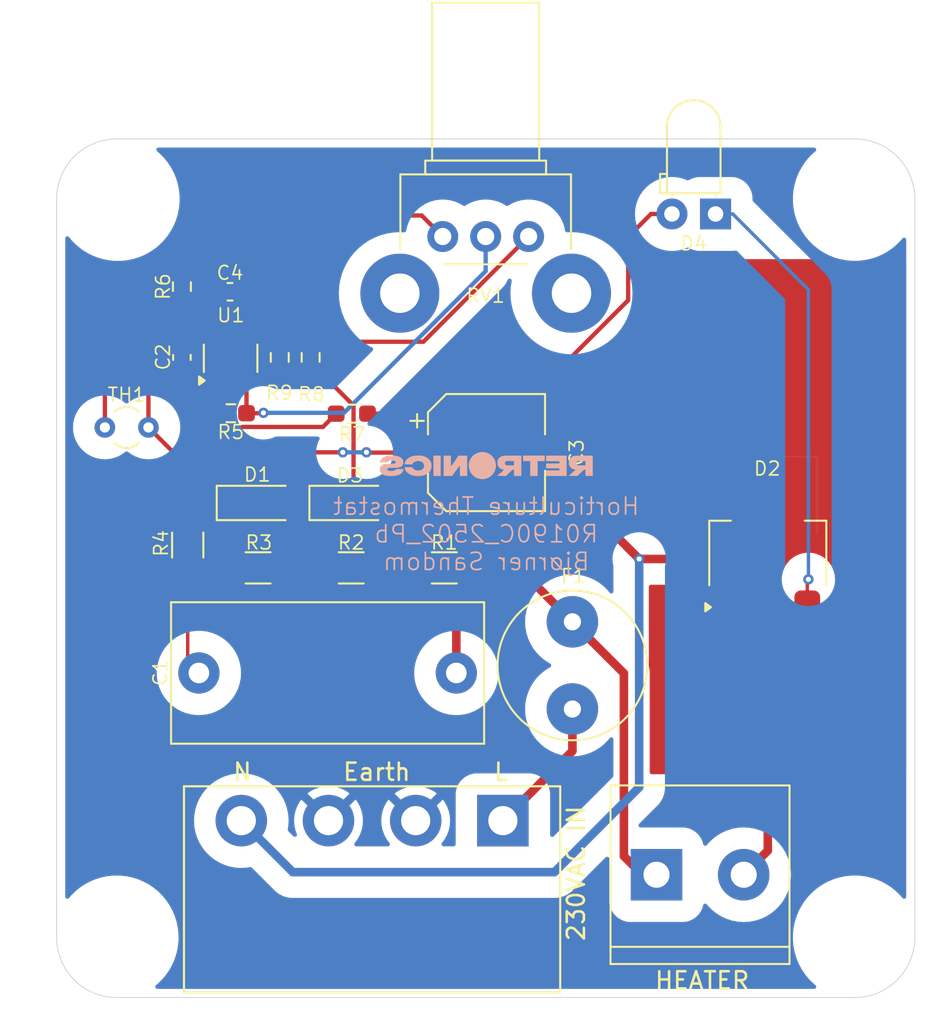
<source format=kicad_pcb>
(kicad_pcb (version 20240108) (generator "pcbnew") (generator_version "8.0")
  (title_block (title "PlantShelf Thermostat") (date "2025-04-06") (company "Retronics - Bjørner Sandom"))
  (layers (0 "F.Cu" signal) (31 "B.Cu" signal) (34 "B.Paste" user) (35 "F.Paste" user) (36 "B.SilkS" user "B.Silkscreen") (37 "F.SilkS" user "F.Silkscreen") (38 "B.Mask" user) (39 "F.Mask" user) (44 "Edge.Cuts" user))
  (net 0 "")
  (net 1 "Net-(C1-Pad1)")
  (net 2 "Net-(J1-Pin_1)")
  (net 3 "Net-(D1-K)")
  (net 4 "Net-(D2-T1)")
  (net 5 "Net-(D1-A)")
  (net 6 "Net-(D2-G)")
  (net 7 "Net-(J1-Pin_2)")
  (net 8 "Net-(D4-A)")
  (net 9 "Earth")
  (net 10 "Net-(R1-Pad1)")
  (net 11 "Net-(R2-Pad1)")
  (net 12 "Net-(U1-+)")
  (net 13 "Net-(R6-Pad2)")
  (net 14 "Net-(R8-Pad1)")
  (net 15 "Net-(U1--)")
  (net 16 "Net-(J2-Pin_1)")
  (net 17 "Net-(R5-Pad2)")
  (footprint "LED_THT:LED_D3.0mm_Horizontal_O1.27mm_Z2.0mm" (layer "F.Cu") (at 65.4 34.75 180)
    (property "Reference" "D4" (at 1.27 -1.725 180) (layer "F.SilkS") (effects (font (size 0.8 0.8) (thickness 0.1))))
    (property "Value" "LED")
    (pad "1" thru_hole rect (at 0 0 180) (size 1.8 1.8) (drill 0.9) (layers "*.Cu" "*.Mask" "In1.Cu" "In2.Cu" "In3.Cu" "In4.Cu" "In5.Cu" "In6.Cu" "In7.Cu" "In8.Cu" "In9.Cu" "In10.Cu" "In11.Cu" "In12.Cu" "In13.Cu" "In14.Cu" "In15.Cu" "In16.Cu" "In17.Cu" "In18.Cu" "In19.Cu" "In20.Cu" "In21.Cu" "In22.Cu" "In23.Cu" "In24.Cu" "In25.Cu" "In26.Cu" "In27.Cu" "In28.Cu" "In29.Cu" "In30.Cu") (net 6 "Net-(D2-G)"))
    (pad "2" thru_hole circle (at 2.54 0 180) (size 1.8 1.8) (drill 0.9) (layers "*.Cu" "*.Mask" "In1.Cu" "In2.Cu" "In3.Cu" "In4.Cu" "In5.Cu" "In6.Cu" "In7.Cu" "In8.Cu" "In9.Cu" "In10.Cu" "In11.Cu" "In12.Cu" "In13.Cu" "In14.Cu" "In15.Cu" "In16.Cu" "In17.Cu" "In18.Cu" "In19.Cu" "In20.Cu" "In21.Cu" "In22.Cu" "In23.Cu" "In24.Cu" "In25.Cu" "In26.Cu" "In27.Cu" "In28.Cu" "In29.Cu" "In30.Cu") (net 8 "Net-(D4-A)"))
  )
  (footprint "Retronics_Passives:NTCLE203E3103FB0A" (layer "F.Cu") (at 32.36 47.18 180)
    (property "Reference" "TH1" (at 1.272634 1.897366 0) (layer "F.SilkS") (effects (font (size 0.8 0.8) (thickness 0.1))))
    (property "Value" "NTCLE203E3103GB0")
    (pad "1" thru_hole circle (at 0 0 180) (size 1.2 1.2) (drill 0.6) (layers "*.Cu" "*.Mask" "In1.Cu" "In2.Cu" "In3.Cu" "In4.Cu" "In5.Cu" "In6.Cu" "In7.Cu" "In8.Cu" "In9.Cu" "In10.Cu" "In11.Cu" "In12.Cu" "In13.Cu" "In14.Cu" "In15.Cu" "In16.Cu" "In17.Cu" "In18.Cu" "In19.Cu" "In20.Cu" "In21.Cu" "In22.Cu" "In23.Cu" "In24.Cu" "In25.Cu" "In26.Cu" "In27.Cu" "In28.Cu" "In29.Cu" "In30.Cu") (net 3 "Net-(D1-K)"))
    (pad "2" thru_hole circle (at 2.54 0 180) (size 1.2 1.2) (drill 0.6) (layers "*.Cu" "*.Mask" "In1.Cu" "In2.Cu" "In3.Cu" "In4.Cu" "In5.Cu" "In6.Cu" "In7.Cu" "In8.Cu" "In9.Cu" "In10.Cu" "In11.Cu" "In12.Cu" "In13.Cu" "In14.Cu" "In15.Cu" "In16.Cu" "In17.Cu" "In18.Cu" "In19.Cu" "In20.Cu" "In21.Cu" "In22.Cu" "In23.Cu" "In24.Cu" "In25.Cu" "In26.Cu" "In27.Cu" "In28.Cu" "In29.Cu" "In30.Cu") (net 15 "Net-(U1--)"))
  )
  (footprint "Retronics_Passives:R_1206_3216Metric_Pad1.30x1.75mm_HandSolder" (layer "F.Cu") (at 34.648 54.03 90)
    (property "Reference" "R4" (at 0.1 -1.55 90) (layer "F.SilkS") (effects (font (size 0.8 0.8) (thickness 0.1))))
    (property "Value" "470Ω 0.25W")
    (pad "1" smd roundrect (at -1.55 0 90) (size 1.3 1.75) (layers "F.Cu" "F.Paste" "F.Mask") (roundrect_rratio 0.192308) (net 1 "Net-(C1-Pad1)"))
    (pad "2" smd roundrect (at 1.55 0 90) (size 1.3 1.75) (layers "F.Cu" "F.Paste" "F.Mask") (roundrect_rratio 0.192308) (net 5 "Net-(D1-A)"))
  )
  (footprint "Retronics_Passives:R_0603_1608Metric_Pad0.98x0.95mm_HandSolder" (layer "F.Cu") (at 37.16 46.3535 180)
    (property "Reference" "R5" (at 0 -1.1 180) (layer "F.SilkS") (effects (font (size 0.8 0.8) (thickness 0.1))))
    (property "Value" "1MΩ")
    (pad "1" smd roundrect (at -0.9125 0 180) (size 0.975 0.95) (layers "F.Cu" "F.Paste" "F.Mask") (net 12 "Net-(U1-+)"))
    (pad "2" smd roundrect (at 0.9125 0 180) (size 0.975 0.95) (layers "F.Cu" "F.Paste" "F.Mask") (net 17 "Net-(R5-Pad2)"))
  )
  (footprint "Capacitor_SMD:CP_Elec_6.3x7.7" (layer "F.Cu") (at 52.055449 48.646089)
    (property "Reference" "C3" (at 5.25 0 90) (layer "F.SilkS") (effects (font (size 0.8 0.8) (thickness 0.1))))
    (property "Value" "220µF 16V")
    (pad "1" smd roundrect (at -2.7 0) (size 3.5 1.6) (layers "F.Cu" "F.Paste" "F.Mask") (roundrect_rratio 0.15625) (net 3 "Net-(D1-K)"))
    (pad "2" smd roundrect (at 2.7 0) (size 3.5 1.6) (layers "F.Cu" "F.Paste" "F.Mask") (roundrect_rratio 0.15625) (net 4 "Net-(D2-T1)"))
  )
  (footprint "Retronics_Passives:Potentiometer_Bourns_PTV09A-2_Single_Horizontal" (layer "F.Cu") (at 54.507 36.063528 90)
    (property "Reference" "RV1" (at -3.45 -2.507 180) (layer "F.SilkS") (effects (font (size 0.8 0.8) (thickness 0.1))))
    (property "Value" "20kΩ")
    (pad "" thru_hole circle (at -3.3 -7.5 90) (size 4.6 4.6) (drill 2.3) (layers "*.Cu" "*.Mask" "In1.Cu" "In2.Cu" "In3.Cu" "In4.Cu" "In5.Cu" "In6.Cu" "In7.Cu" "In8.Cu" "In9.Cu" "In10.Cu" "In11.Cu" "In12.Cu" "In13.Cu" "In14.Cu" "In15.Cu" "In16.Cu" "In17.Cu" "In18.Cu" "In19.Cu" "In20.Cu" "In21.Cu" "In22.Cu" "In23.Cu" "In24.Cu" "In25.Cu" "In26.Cu" "In27.Cu" "In28.Cu" "In29.Cu" "In30.Cu"))
    (pad "" thru_hole circle (at -3.3 2.5 90) (size 4.6 4.6) (drill 2.3) (layers "*.Cu" "*.Mask" "In1.Cu" "In2.Cu" "In3.Cu" "In4.Cu" "In5.Cu" "In6.Cu" "In7.Cu" "In8.Cu" "In9.Cu" "In10.Cu" "In11.Cu" "In12.Cu" "In13.Cu" "In14.Cu" "In15.Cu" "In16.Cu" "In17.Cu" "In18.Cu" "In19.Cu" "In20.Cu" "In21.Cu" "In22.Cu" "In23.Cu" "In24.Cu" "In25.Cu" "In26.Cu" "In27.Cu" "In28.Cu" "In29.Cu" "In30.Cu"))
    (pad "1" thru_hole circle (at 0 0 90) (size 1.8 1.8) (drill 1) (layers "*.Cu" "*.Mask" "In1.Cu" "In2.Cu" "In3.Cu" "In4.Cu" "In5.Cu" "In6.Cu" "In7.Cu" "In8.Cu" "In9.Cu" "In10.Cu" "In11.Cu" "In12.Cu" "In13.Cu" "In14.Cu" "In15.Cu" "In16.Cu" "In17.Cu" "In18.Cu" "In19.Cu" "In20.Cu" "In21.Cu" "In22.Cu" "In23.Cu" "In24.Cu" "In25.Cu" "In26.Cu" "In27.Cu" "In28.Cu" "In29.Cu" "In30.Cu") (net 14 "Net-(R8-Pad1)"))
    (pad "2" thru_hole circle (at 0 -2.5 90) (size 1.8 1.8) (drill 1) (layers "*.Cu" "*.Mask" "In1.Cu" "In2.Cu" "In3.Cu" "In4.Cu" "In5.Cu" "In6.Cu" "In7.Cu" "In8.Cu" "In9.Cu" "In10.Cu" "In11.Cu" "In12.Cu" "In13.Cu" "In14.Cu" "In15.Cu" "In16.Cu" "In17.Cu" "In18.Cu" "In19.Cu" "In20.Cu" "In21.Cu" "In22.Cu" "In23.Cu" "In24.Cu" "In25.Cu" "In26.Cu" "In27.Cu" "In28.Cu" "In29.Cu" "In30.Cu") (net 12 "Net-(U1-+)"))
    (pad "3" thru_hole circle (at 0 -5 90) (size 1.8 1.8) (drill 1) (layers "*.Cu" "*.Mask" "In1.Cu" "In2.Cu" "In3.Cu" "In4.Cu" "In5.Cu" "In6.Cu" "In7.Cu" "In8.Cu" "In9.Cu" "In10.Cu" "In11.Cu" "In12.Cu" "In13.Cu" "In14.Cu" "In15.Cu" "In16.Cu" "In17.Cu" "In18.Cu" "In19.Cu" "In20.Cu" "In21.Cu" "In22.Cu" "In23.Cu" "In24.Cu" "In25.Cu" "In26.Cu" "In27.Cu" "In28.Cu" "In29.Cu" "In30.Cu") (net 13 "Net-(R6-Pad2)"))
  )
  (footprint "Retronics_Passives:R_0603_1608Metric_Pad0.98x0.95mm_HandSolder" (layer "F.Cu") (at 41.81 43.1035 -90)
    (property "Reference" "R8" (at 2.15 -0.05 180) (layer "F.SilkS") (effects (font (size 0.8 0.8) (thickness 0.1))))
    (property "Value" "47kΩ")
    (pad "1" smd roundrect (at -0.9125 0 270) (size 0.975 0.95) (layers "F.Cu" "F.Paste" "F.Mask") (net 14 "Net-(R8-Pad1)"))
    (pad "2" smd roundrect (at 0.9125 0 270) (size 0.975 0.95) (layers "F.Cu" "F.Paste" "F.Mask") (net 4 "Net-(D2-T1)"))
  )
  (footprint "Retronics_Passives:C_0603_1608Metric_Pad1.08x0.95mm_HandSolder" (layer "F.Cu") (at 37.11 39.28)
    (property "Reference" "C4" (at 0 -1.1 0) (layer "F.SilkS") (effects (font (size 0.8 0.8) (thickness 0.1))))
    (property "Value" "1µF")
    (pad "1" smd roundrect (at -0.8625 0) (size 1.075 0.95) (layers "F.Cu" "F.Paste" "F.Mask") (net 4 "Net-(D2-T1)"))
    (pad "2" smd roundrect (at 0.8625 0) (size 1.075 0.95) (layers "F.Cu" "F.Paste" "F.Mask") (net 15 "Net-(U1--)"))
  )
  (footprint "Retronics_Discrete:D_SOD-123" (layer "F.Cu") (at 38.698 51.58)
    (property "Reference" "D1" (at 0 -1.65 180) (layer "F.SilkS") (effects (font (size 0.8 0.8) (thickness 0.1))))
    (property "Value" "1N5819WS")
    (pad "1" smd roundrect (at -1.65 0) (size 0.9 1.2) (layers "F.Cu" "F.Paste" "F.Mask") (net 3 "Net-(D1-K)"))
    (pad "2" smd roundrect (at 1.65 0) (size 0.9 1.2) (layers "F.Cu" "F.Paste" "F.Mask") (net 5 "Net-(D1-A)"))
  )
  (footprint "Package_TO_SOT_SMD:SOT-223" (layer "F.Cu") (at 68.443 54.523 90)
    (property "Reference" "D2" (at 4.943 -0.033 180) (layer "F.SilkS") (effects (font (size 0.8 0.8) (thickness 0.1))))
    (property "Value" "Triac_Z0103NN0,135")
    (pad "1" smd roundrect (at -3.15 -2.3 90) (size 2 1.5) (layers "F.Cu" "F.Paste" "F.Mask") (net 4 "Net-(D2-T1)"))
    (pad "2" smd roundrect (at -3.15 0 90) (size 2 1.5) (layers "F.Cu" "F.Paste" "F.Mask") (net 7 "Net-(J1-Pin_2)"))
    (pad "3" smd roundrect (at -3.15 2.3 90) (size 2 1.5) (layers "F.Cu" "F.Paste" "F.Mask") (net 6 "Net-(D2-G)"))
    (pad "4" smd roundrect (at 3.15 0 90) (size 2 3.8) (layers "F.Cu" "F.Paste" "F.Mask") (net 7 "Net-(J1-Pin_2)"))
  )
  (footprint "Retronics_Passives:C_0603_1608Metric_Pad1.08x0.95mm_HandSolder" (layer "F.Cu") (at 34.31 43.1035 -90)
    (property "Reference" "C2" (at -0.0235 1.1 -90) (layer "F.SilkS") (effects (font (size 0.8 0.8) (thickness 0.1))))
    (property "Value" "1µF")
    (pad "1" smd roundrect (at -0.8625 0 270) (size 1.075 0.95) (layers "F.Cu" "F.Paste" "F.Mask") (net 3 "Net-(D1-K)"))
    (pad "2" smd roundrect (at 0.8625 0 270) (size 1.075 0.95) (layers "F.Cu" "F.Paste" "F.Mask") (net 4 "Net-(D2-T1)"))
  )
  (footprint "Retronics_Passives:R_0603_1608Metric_Pad0.98x0.95mm_HandSolder" (layer "F.Cu") (at 34.31 38.98 90)
    (property "Reference" "R6" (at 0 -1.1 90) (layer "F.SilkS") (effects (font (size 0.8 0.8) (thickness 0.1))))
    (property "Value" "27kΩ")
    (pad "1" smd roundrect (at -0.9125 0 90) (size 0.975 0.95) (layers "F.Cu" "F.Paste" "F.Mask") (net 3 "Net-(D1-K)"))
    (pad "2" smd roundrect (at 0.9125 0 90) (size 0.975 0.95) (layers "F.Cu" "F.Paste" "F.Mask") (net 13 "Net-(R6-Pad2)"))
  )
  (footprint "Retronics_Passives:R_0603_1608Metric_Pad0.98x0.95mm_HandSolder" (layer "F.Cu") (at 44.21 46.38)
    (property "Reference" "R7" (at 0 1.2 180) (layer "F.SilkS") (effects (font (size 0.8 0.8) (thickness 0.1))))
    (property "Value" "1kΩ")
    (pad "1" smd roundrect (at -0.9125 0) (size 0.975 0.95) (layers "F.Cu" "F.Paste" "F.Mask") (net 17 "Net-(R5-Pad2)"))
    (pad "2" smd roundrect (at 0.9125 0) (size 0.975 0.95) (layers "F.Cu" "F.Paste" "F.Mask") (net 8 "Net-(D4-A)"))
  )
  (footprint "Retronics_Passives:R_1206_3216Metric_Pad1.30x1.75mm_HandSolder" (layer "F.Cu") (at 49.598 55.36)
    (property "Reference" "R1" (at 0 -1.472 0) (layer "F.SilkS") (effects (font (size 0.8 0.8) (thickness 0.1))))
    (property "Value" "1MΩ 0.25W")
    (pad "1" smd roundrect (at -1.55 0) (size 1.3 1.75) (layers "F.Cu" "F.Paste" "F.Mask") (roundrect_rratio 0.192308) (net 10 "Net-(R1-Pad1)"))
    (pad "2" smd roundrect (at 1.55 0) (size 1.3 1.75) (layers "F.Cu" "F.Paste" "F.Mask") (roundrect_rratio 0.192308) (net 2 "Net-(J1-Pin_1)"))
  )
  (footprint "Retronics_Passives:R_1206_3216Metric_Pad1.30x1.75mm_HandSolder" (layer "F.Cu") (at 38.744666 55.36)
    (property "Reference" "R3" (at 0.05 -1.472 0) (layer "F.SilkS") (effects (font (size 0.8 0.8) (thickness 0.1))))
    (property "Value" "1MΩ 0.25W")
    (pad "1" smd roundrect (at -1.55 0) (size 1.3 1.75) (layers "F.Cu" "F.Paste" "F.Mask") (roundrect_rratio 0.192308) (net 1 "Net-(C1-Pad1)"))
    (pad "2" smd roundrect (at 1.55 0) (size 1.3 1.75) (layers "F.Cu" "F.Paste" "F.Mask") (roundrect_rratio 0.192308) (net 11 "Net-(R2-Pad1)"))
  )
  (footprint "Retronics_Hardware:MountingHole_3.2mm_M3" (layer "F.Cu") (at 73.51 33.88)
    (property "Reference" "H4" (hide yes))
    (property "Value" "MountingHole")
    (pad "" np_thru_hole circle (at 0 0) (size 3.2 3.2) (drill 3.2) (layers "*.Cu" "*.Mask") (clearance 2))
  )
  (footprint "Retronics_Hardware:MountingHole_3.2mm_M3" (layer "F.Cu") (at 73.51 76.88)
    (property "Reference" "H2" (hide yes))
    (property "Value" "MountingHole")
    (pad "" np_thru_hole circle (at 0 0) (size 3.2 3.2) (drill 3.2) (layers "*.Cu" "*.Mask") (clearance 2))
  )
  (footprint "Package_TO_SOT_SMD:SOT-23-5" (layer "F.Cu") (at 37.1475 43.1535 90)
    (property "Reference" "U1" (at 2.5 0.0125 180) (layer "F.SilkS") (effects (font (size 0.8 0.8) (thickness 0.1))))
    (property "Value" "TS321ILT")
    (pad "1" smd roundrect (at -1.1375 -0.95 90) (size 1.325 0.6) (layers "F.Cu" "F.Paste" "F.Mask") (net 17 "Net-(R5-Pad2)"))
    (pad "2" smd roundrect (at -1.1375 0 90) (size 1.325 0.6) (layers "F.Cu" "F.Paste" "F.Mask") (net 4 "Net-(D2-T1)"))
    (pad "3" smd roundrect (at -1.1375 0.95 90) (size 1.325 0.6) (layers "F.Cu" "F.Paste" "F.Mask") (net 12 "Net-(U1-+)"))
    (pad "4" smd roundrect (at 1.1375 0.95 90) (size 1.325 0.6) (layers "F.Cu" "F.Paste" "F.Mask") (net 15 "Net-(U1--)"))
    (pad "5" smd roundrect (at 1.1375 -0.95 90) (size 1.325 0.6) (layers "F.Cu" "F.Paste" "F.Mask") (net 3 "Net-(D1-K)"))
  )
  (footprint "Capacitor_THT:C_Rect_L18.0mm_W8.0mm_P15.00mm_FKS3_FKP3" (layer "F.Cu") (at 35.298 61.48)
    (property "Reference" "C1" (at -2.25 -0.012 90) (layer "F.SilkS") (effects (font (size 0.8 0.8) (thickness 0.1))))
    (property "Value" "220nF X2")
    (pad "1" thru_hole circle (at 0 0) (size 2.4 2.4) (drill 1.2) (layers "*.Cu" "*.Mask" "In1.Cu" "In2.Cu" "In3.Cu" "In4.Cu" "In5.Cu" "In6.Cu" "In7.Cu" "In8.Cu" "In9.Cu" "In10.Cu" "In11.Cu" "In12.Cu" "In13.Cu" "In14.Cu" "In15.Cu" "In16.Cu" "In17.Cu" "In18.Cu" "In19.Cu" "In20.Cu" "In21.Cu" "In22.Cu" "In23.Cu" "In24.Cu" "In25.Cu" "In26.Cu" "In27.Cu" "In28.Cu" "In29.Cu" "In30.Cu") (net 1 "Net-(C1-Pad1)"))
    (pad "2" thru_hole circle (at 15 0) (size 2.4 2.4) (drill 1.2) (layers "*.Cu" "*.Mask" "In1.Cu" "In2.Cu" "In3.Cu" "In4.Cu" "In5.Cu" "In6.Cu" "In7.Cu" "In8.Cu" "In9.Cu" "In10.Cu" "In11.Cu" "In12.Cu" "In13.Cu" "In14.Cu" "In15.Cu" "In16.Cu" "In17.Cu" "In18.Cu" "In19.Cu" "In20.Cu" "In21.Cu" "In22.Cu" "In23.Cu" "In24.Cu" "In25.Cu" "In26.Cu" "In27.Cu" "In28.Cu" "In29.Cu" "In30.Cu") (net 2 "Net-(J1-Pin_1)"))
  )
  (footprint "Retronics_Passives:R_1206_3216Metric_Pad1.30x1.75mm_HandSolder" (layer "F.Cu") (at 44.171332 55.36)
    (property "Reference" "R2" (at 0 -1.472 0) (layer "F.SilkS") (effects (font (size 0.8 0.8) (thickness 0.1))))
    (property "Value" "1MΩ 0.25W")
    (pad "1" smd roundrect (at -1.55 0) (size 1.3 1.75) (layers "F.Cu" "F.Paste" "F.Mask") (roundrect_rratio 0.192308) (net 11 "Net-(R2-Pad1)"))
    (pad "2" smd roundrect (at 1.55 0) (size 1.3 1.75) (layers "F.Cu" "F.Paste" "F.Mask") (roundrect_rratio 0.192308) (net 10 "Net-(R1-Pad1)"))
  )
  (footprint "Retronics_Discrete:D_SOD-123" (layer "F.Cu") (at 44.098 51.58)
    (property "Reference" "D3" (at 0 -1.6 180) (layer "F.SilkS") (effects (font (size 0.8 0.8) (thickness 0.1))))
    (property "Value" "BZT52C9V1-7-F")
    (pad "1" smd roundrect (at -1.65 0) (size 0.9 1.2) (layers "F.Cu" "F.Paste" "F.Mask") (net 5 "Net-(D1-A)"))
    (pad "2" smd roundrect (at 1.65 0) (size 0.9 1.2) (layers "F.Cu" "F.Paste" "F.Mask") (net 4 "Net-(D2-T1)"))
  )
  (footprint "Retronics_Connectors:Pluggable_DB2ERC-5.08-4P-BK" (layer "F.Cu") (at 53.01 70.08 180)
    (property "Reference" "J2" (hide yes))
    (property "Value" "230VAC IN")
    (pad "1" thru_hole rect (at 0 0 180) (size 3 3) (drill 1.7) (layers "*.Cu" "*.Mask" "In1.Cu" "In2.Cu" "In3.Cu" "In4.Cu" "In5.Cu" "In6.Cu" "In7.Cu" "In8.Cu" "In9.Cu" "In10.Cu" "In11.Cu" "In12.Cu" "In13.Cu" "In14.Cu" "In15.Cu" "In16.Cu" "In17.Cu" "In18.Cu" "In19.Cu" "In20.Cu" "In21.Cu" "In22.Cu" "In23.Cu" "In24.Cu" "In25.Cu" "In26.Cu" "In27.Cu" "In28.Cu" "In29.Cu" "In30.Cu") (net 16 "Net-(J2-Pin_1)"))
    (pad "2" thru_hole circle (at 5.08 0 180) (size 3 3) (drill 1.7) (layers "*.Cu" "*.Mask" "In1.Cu" "In2.Cu" "In3.Cu" "In4.Cu" "In5.Cu" "In6.Cu" "In7.Cu" "In8.Cu" "In9.Cu" "In10.Cu" "In11.Cu" "In12.Cu" "In13.Cu" "In14.Cu" "In15.Cu" "In16.Cu" "In17.Cu" "In18.Cu" "In19.Cu" "In20.Cu" "In21.Cu" "In22.Cu" "In23.Cu" "In24.Cu" "In25.Cu" "In26.Cu" "In27.Cu" "In28.Cu" "In29.Cu" "In30.Cu") (net 9 "Earth"))
    (pad "3" thru_hole circle (at 10.16 0 180) (size 3 3) (drill 1.7) (layers "*.Cu" "*.Mask" "In1.Cu" "In2.Cu" "In3.Cu" "In4.Cu" "In5.Cu" "In6.Cu" "In7.Cu" "In8.Cu" "In9.Cu" "In10.Cu" "In11.Cu" "In12.Cu" "In13.Cu" "In14.Cu" "In15.Cu" "In16.Cu" "In17.Cu" "In18.Cu" "In19.Cu" "In20.Cu" "In21.Cu" "In22.Cu" "In23.Cu" "In24.Cu" "In25.Cu" "In26.Cu" "In27.Cu" "In28.Cu" "In29.Cu" "In30.Cu") (net 9 "Earth"))
    (pad "4" thru_hole circle (at 15.24 0 180) (size 3 3) (drill 1.7) (layers "*.Cu" "*.Mask" "In1.Cu" "In2.Cu" "In3.Cu" "In4.Cu" "In5.Cu" "In6.Cu" "In7.Cu" "In8.Cu" "In9.Cu" "In10.Cu" "In11.Cu" "In12.Cu" "In13.Cu" "In14.Cu" "In15.Cu" "In16.Cu" "In17.Cu" "In18.Cu" "In19.Cu" "In20.Cu" "In21.Cu" "In22.Cu" "In23.Cu" "In24.Cu" "In25.Cu" "In26.Cu" "In27.Cu" "In28.Cu" "In29.Cu" "In30.Cu") (net 4 "Net-(D2-T1)"))
  )
  (footprint "Retronics_Hardware:MountingHole_3.2mm_M3" (layer "F.Cu") (at 30.574 33.88)
    (property "Reference" "H3" (hide yes))
    (property "Value" "MountingHole")
    (pad "" np_thru_hole circle (at 0 0) (size 3.2 3.2) (drill 3.2) (layers "*.Cu" "*.Mask") (clearance 2))
  )
  (footprint "Retronics_Passives:R_0603_1608Metric_Pad0.98x0.95mm_HandSolder" (layer "F.Cu") (at 40.01 43.1035 -90)
    (property "Reference" "R9" (at 2.0625 0.025 180) (layer "F.SilkS") (effects (font (size 0.8 0.8) (thickness 0.1))))
    (property "Value" "10kΩ")
    (pad "1" smd roundrect (at -0.9125 0 270) (size 0.975 0.95) (layers "F.Cu" "F.Paste" "F.Mask") (net 15 "Net-(U1--)"))
    (pad "2" smd roundrect (at 0.9125 0 270) (size 0.975 0.95) (layers "F.Cu" "F.Paste" "F.Mask") (net 4 "Net-(D2-T1)"))
  )
  (footprint "Retronics_Hardware:MountingHole_3.2mm_M3" (layer "F.Cu") (at 30.51 76.88)
    (property "Reference" "H1" (hide yes))
    (property "Value" "MountingHole")
    (pad "" np_thru_hole circle (at 0 0) (size 3.2 3.2) (drill 3.2) (layers "*.Cu" "*.Mask") (clearance 2))
  )
  (footprint "Retronics_Connectors:ScrewTerminal_DB128L-5.08-2P-BK-S" (layer "F.Cu") (at 61.96 73.23)
    (property "Reference" "J1" (hide yes))
    (property "Value" "Heater")
    (pad "1" thru_hole rect (at 0 0) (size 3 3) (drill 1.52) (layers "*.Cu" "*.Mask" "In1.Cu" "In2.Cu" "In3.Cu" "In4.Cu" "In5.Cu" "In6.Cu" "In7.Cu" "In8.Cu" "In9.Cu" "In10.Cu" "In11.Cu" "In12.Cu" "In13.Cu" "In14.Cu" "In15.Cu" "In16.Cu" "In17.Cu" "In18.Cu" "In19.Cu" "In20.Cu" "In21.Cu" "In22.Cu" "In23.Cu" "In24.Cu" "In25.Cu" "In26.Cu" "In27.Cu" "In28.Cu" "In29.Cu" "In30.Cu") (net 2 "Net-(J1-Pin_1)"))
    (pad "2" thru_hole circle (at 5.08 0) (size 3 3) (drill 1.52) (layers "*.Cu" "*.Mask" "In1.Cu" "In2.Cu" "In3.Cu" "In4.Cu" "In5.Cu" "In6.Cu" "In7.Cu" "In8.Cu" "In9.Cu" "In10.Cu" "In11.Cu" "In12.Cu" "In13.Cu" "In14.Cu" "In15.Cu" "In16.Cu" "In17.Cu" "In18.Cu" "In19.Cu" "In20.Cu" "In21.Cu" "In22.Cu" "In23.Cu" "In24.Cu" "In25.Cu" "In26.Cu" "In27.Cu" "In28.Cu" "In29.Cu" "In30.Cu") (net 7 "Net-(J1-Pin_2)"))
  )
  (footprint "Retronics_Protection:Fuse_Littelfuse_372_D8.50mm" (layer "F.Cu") (at 57.06 63.58 90)
    (property "Reference" "F1" (at 7.74 0.05 180) (layer "F.SilkS") (effects (font (size 0.8 0.8) (thickness 0.1))))
    (property "Value" "T315mA")
    (pad "1" thru_hole circle (at 0 0 90) (size 3 3) (drill 1) (layers "*.Cu" "*.Mask" "In1.Cu" "In2.Cu" "In3.Cu" "In4.Cu" "In5.Cu" "In6.Cu" "In7.Cu" "In8.Cu" "In9.Cu" "In10.Cu" "In11.Cu" "In12.Cu" "In13.Cu" "In14.Cu" "In15.Cu" "In16.Cu" "In17.Cu" "In18.Cu" "In19.Cu" "In20.Cu" "In21.Cu" "In22.Cu" "In23.Cu" "In24.Cu" "In25.Cu" "In26.Cu" "In27.Cu" "In28.Cu" "In29.Cu" "In30.Cu") (net 16 "Net-(J2-Pin_1)"))
    (pad "2" thru_hole circle (at 5.08 0 90) (size 3 3) (drill 1) (layers "*.Cu" "*.Mask" "In1.Cu" "In2.Cu" "In3.Cu" "In4.Cu" "In5.Cu" "In6.Cu" "In7.Cu" "In8.Cu" "In9.Cu" "In10.Cu" "In11.Cu" "In12.Cu" "In13.Cu" "In14.Cu" "In15.Cu" "In16.Cu" "In17.Cu" "In18.Cu" "In19.Cu" "In20.Cu" "In21.Cu" "In22.Cu" "In23.Cu" "In24.Cu" "In25.Cu" "In26.Cu" "In27.Cu" "In28.Cu" "In29.Cu" "In30.Cu") (net 2 "Net-(J1-Pin_1)"))
  )
  (footprint "Icons_Graphics:retronics_logo_14mm" (layer "B.Cu") (at 52.038672 49.38 180)
    (property "Reference" "G***" (hide yes))
    (property "Value" "LOGO" (hide yes))
  )
  (gr_line (start 27.01 76.88) (end 27.01 33.88) (stroke (width 0.05)) (layer "Edge.Cuts"))
  (gr_arc (start 77.01 76.88) (mid 75.984874 79.354874) (end 73.51 80.38) (stroke (width 0.05)) (layer "Edge.Cuts"))
  (gr_arc (start 27.01 33.88) (mid 28.035126 31.405126) (end 30.51 30.38) (stroke (width 0.05)) (layer "Edge.Cuts"))
  (gr_arc (start 30.51 80.38) (mid 28.035126 79.354874) (end 27.01 76.88) (stroke (width 0.05)) (layer "Edge.Cuts"))
  (gr_line (start 73.51 80.38) (end 30.51 80.38) (stroke (width 0.05)) (layer "Edge.Cuts"))
  (gr_line (start 30.51 30.38) (end 73.51 30.38) (stroke (width 0.05)) (layer "Edge.Cuts"))
  (gr_line (start 77.01 33.88) (end 77.01 76.88) (stroke (width 0.05)) (layer "Edge.Cuts"))
  (gr_arc (start 73.51 30.38) (mid 75.984874 31.405126) (end 77.01 33.88) (stroke (width 0.05)) (layer "Edge.Cuts"))
  (gr_text "Horticulture Thermostat\nR0190C_2502_Pb\nBjørner Sandom\n" (at 52.042 55.58 0) (layer "B.SilkS") (effects (font (size 1 1) (thickness 0.1)) (justify bottom mirror)))
  (gr_text "HEATER" (at 61.785 79.98 0) (layer "F.SilkS") (effects (font (size 1 1)) (justify left bottom)))
  (gr_text "N" (at 37.21 67.83 0) (layer "F.SilkS") (effects (font (size 1 1)) (justify left bottom)))
  (gr_text "Earth" (at 43.61 67.83 0) (layer "F.SilkS") (effects (font (size 1 1)) (justify left bottom)))
  (gr_text "L" (at 52.41 67.83 0) (layer "F.SilkS") (effects (font (size 1 1)) (justify left bottom)))
  (gr_text "230VAC IN" (at 57.86 77.18 90) (layer "F.SilkS") (effects (font (size 1 1)) (justify left bottom)))
  (segment (start 37.194666 55.36) (end 34.868 55.36) (width 0.2) (layer "F.Cu") (net 1))
  (segment (start 34.648 60.83) (end 35.298 61.48) (width 0.2) (layer "F.Cu") (net 1))
  (segment (start 34.868 55.36) (end 34.648 55.58) (width 0.2) (layer "F.Cu") (net 1))
  (segment (start 34.648 55.58) (end 34.648 60.83) (width 0.2) (layer "F.Cu") (net 1))
  (segment (start 57.06 58.5) (end 53.92 55.36) (width 0.5) (layer "F.Cu") (net 2))
  (segment (start 60.06 61.5) (end 60.06 72.15) (width 0.5) (layer "F.Cu") (net 2))
  (segment (start 53.92 55.36) (end 51.148 55.36) (width 0.5) (layer "F.Cu") (net 2))
  (segment (start 57.06 58.5) (end 60.06 61.5) (width 0.5) (layer "F.Cu") (net 2))
  (segment (start 60.06 72.15) (end 61.14 73.23) (width 0.5) (layer "F.Cu") (net 2))
  (segment (start 50.298 61.48) (end 50.298 56.21) (width 0.5) (layer "F.Cu") (net 2))
  (segment (start 61.14 73.23) (end 61.96 73.23) (width 0.5) (layer "F.Cu") (net 2))
  (segment (start 50.298 56.21) (end 51.148 55.36) (width 0.5) (layer "F.Cu") (net 2))
  (segment (start 39.998 48.63) (end 43.685 48.63) (width 0.25) (layer "F.Cu") (net 3))
  (segment (start 45.076089 48.646089) (end 45.06 48.63) (width 0.25) (layer "F.Cu") (net 3))
  (segment (start 32.36 44.191) (end 34.31 42.241) (width 0.25) (layer "F.Cu") (net 3))
  (segment (start 49.355449 48.646089) (end 45.076089 48.646089) (width 0.25) (layer "F.Cu") (net 3))
  (segment (start 32.36 47.18) (end 32.36 44.191) (width 0.25) (layer "F.Cu") (net 3))
  (segment (start 34.31 42.241) (end 35.9725 42.241) (width 0.25) (layer "F.Cu") (net 3))
  (segment (start 37.048 51.58) (end 39.998 48.63) (width 0.25) (layer "F.Cu") (net 3))
  (segment (start 34.31 42.241) (end 34.31 39.8925) (width 0.25) (layer "F.Cu") (net 3))
  (segment (start 35.9725 42.241) (end 36.1975 42.016) (width 0.25) (layer "F.Cu") (net 3))
  (segment (start 32.36 47.18) (end 36.76 51.58) (width 0.25) (layer "F.Cu") (net 3))
  (via (at 45.06 48.63) (size 0.6) (drill 0.3) (layers "F.Cu" "B.Cu") (net 3))
  (via (at 43.685 48.63) (size 0.6) (drill 0.3) (layers "F.Cu" "B.Cu") (net 3))
  (segment (start 45.06 48.63) (end 43.685 48.63) (width 0.25) (layer "B.Cu") (net 3))
  (segment (start 37.31 43.08) (end 35.196 43.08) (width 0.25) (layer "F.Cu") (net 4))
  (segment (start 35.196 43.08) (end 34.31 43.966) (width 0.25) (layer "F.Cu") (net 4))
  (segment (start 37.1475 43.08) (end 37.1475 44.291) (width 0.25) (layer "F.Cu") (net 4))
  (segment (start 63.311864 54.841864) (end 66.143 57.673) (width 0.5) (layer "F.Cu") (net 4))
  (segment (start 39.074 43.08) (end 37.31 43.08) (width 0.25) (layer "F.Cu") (net 4))
  (segment (start 44.31 45.902924) (end 44.31 50.142) (width 0.25) (layer "F.Cu") (net 4))
  (segment (start 37.31 43.08) (end 37.1475 43.08) (width 0.25) (layer "F.Cu") (net 4))
  (segment (start 42.423076 44.016) (end 44.31 45.902924) (width 0.25) (layer "F.Cu") (net 4))
  (segment (start 40.01 44.016) (end 39.074 43.08) (width 0.25) (layer "F.Cu") (net 4))
  (segment (start 60.951224 54.841864) (end 63.311864 54.841864) (width 0.5) (layer "F.Cu") (net 4))
  (segment (start 44.31 50.142) (end 45.748 51.58) (width 0.25) (layer "F.Cu") (net 4))
  (segment (start 45.748 51.58) (end 51.821538 51.58) (width 0.25) (layer "F.Cu") (net 4))
  (segment (start 51.821538 51.58) (end 54.755449 48.646089) (width 0.25) (layer "F.Cu") (net 4))
  (segment (start 41.81 44.016) (end 42.423076 44.016) (width 0.25) (layer "F.Cu") (net 4))
  (segment (start 40.01 44.016) (end 41.81 44.016) (width 0.25) (layer "F.Cu") (net 4))
  (segment (start 37.1475 40.18) (end 37.1475 43.08) (width 0.25) (layer "F.Cu") (net 4))
  (segment (start 60.951224 54.841864) (end 54.755449 48.646089) (width 0.5) (layer "F.Cu") (net 4))
  (segment (start 36.2475 39.28) (end 37.1475 40.18) (width 0.25) (layer "F.Cu") (net 4))
  (via (at 60.951224 54.841864) (size 0.6) (drill 0.3) (layers "F.Cu" "B.Cu") (net 4))
  (segment (start 56.01 73.08) (end 40.77 73.08) (width 0.5) (layer "B.Cu") (net 4))
  (segment (start 60.951224 54.841864) (end 60.951224 68.138776) (width 0.5) (layer "B.Cu") (net 4))
  (segment (start 60.951224 68.138776) (end 56.01 73.08) (width 0.5) (layer "B.Cu") (net 4))
  (segment (start 40.77 73.08) (end 37.77 70.08) (width 0.5) (layer "B.Cu") (net 4))
  (segment (start 39.448 52.48) (end 40.348 51.58) (width 0.2) (layer "F.Cu") (net 5))
  (segment (start 42.448 51.58) (end 40.348 51.58) (width 0.2) (layer "F.Cu") (net 5))
  (segment (start 34.648 52.48) (end 39.448 52.48) (width 0.2) (layer "F.Cu") (net 5))
  (segment (start 70.743 56.097) (end 70.81 56.03) (width 0.2) (layer "F.Cu") (net 6))
  (segment (start 70.743 57.673) (end 70.743 56.097) (width 0.2) (layer "F.Cu") (net 6))
  (via (at 70.81 56.03) (size 0.6) (drill 0.3) (layers "F.Cu" "B.Cu") (net 6))
  (segment (start 70.81 56.03) (end 70.81 39.155) (width 0.2) (layer "B.Cu") (net 6))
  (segment (start 70.81 39.155) (end 66.405 34.75) (width 0.2) (layer "B.Cu") (net 6))
  (segment (start 66.405 34.75) (end 65.4 34.75) (width 0.2) (layer "B.Cu") (net 6))
  (segment (start 68.443 71.827) (end 67.04 73.23) (width 0.5) (layer "F.Cu") (net 7))
  (segment (start 68.443 57.673) (end 68.443 71.827) (width 0.5) (layer "F.Cu") (net 7))
  (segment (start 68.443 57.673) (end 68.443 51.373) (width 0.5) (layer "F.Cu") (net 7))
  (segment (start 62.86 34.75) (end 61.64 34.75) (width 0.25) (layer "F.Cu") (net 8))
  (segment (start 53.702839 46.38) (end 60.31 39.772839) (width 0.25) (layer "F.Cu") (net 8))
  (segment (start 45.1225 46.38) (end 53.702839 46.38) (width 0.25) (layer "F.Cu") (net 8))
  (segment (start 61.64 34.75) (end 60.31 36.08) (width 0.25) (layer "F.Cu") (net 8))
  (segment (start 60.31 39.772839) (end 60.31 36.08) (width 0.25) (layer "F.Cu") (net 8))
  (segment (start 48.048 55.36) (end 45.721332 55.36) (width 0.2) (layer "F.Cu") (net 10))
  (segment (start 42.621332 55.36) (end 40.294666 55.36) (width 0.2) (layer "F.Cu") (net 11))
  (segment (start 38.0725 46.3535) (end 38.0725 44.316) (width 0.25) (layer "F.Cu") (net 12))
  (segment (start 38.0725 44.316) (end 38.0975 44.291) (width 0.25) (layer "F.Cu") (net 12))
  (segment (start 39.0365 46.3535) (end 39.06 46.33) (width 0.25) (layer "F.Cu") (net 12))
  (segment (start 38.0725 46.3535) (end 39.0365 46.3535) (width 0.25) (layer "F.Cu") (net 12))
  (via (at 39.06 46.33) (size 0.6) (drill 0.3) (layers "F.Cu" "B.Cu") (net 12))
  (segment (start 43.752839 46.33) (end 52.007 38.075839) (width 0.25) (layer "B.Cu") (net 12))
  (segment (start 39.06 46.33) (end 43.752839 46.33) (width 0.25) (layer "B.Cu") (net 12))
  (segment (start 52.007 38.075839) (end 52.007 36.063528) (width 0.25) (layer "B.Cu") (net 12))
  (segment (start 48.281472 34.838) (end 49.507 36.063528) (width 0.25) (layer "F.Cu") (net 13))
  (segment (start 37.268 34.838) (end 48.281472 34.838) (width 0.25) (layer "F.Cu") (net 13))
  (segment (start 34.31 38.0675) (end 34.31 37.78) (width 0.25) (layer "F.Cu") (net 13))
  (segment (start 34.31 37.78) (end 37.26 34.83) (width 0.25) (layer "F.Cu") (net 13))
  (segment (start 37.26 34.83) (end 37.268 34.838) (width 0.25) (layer "F.Cu") (net 13))
  (segment (start 48.379528 42.191) (end 54.507 36.063528) (width 0.25) (layer "F.Cu") (net 14))
  (segment (start 41.81 42.191) (end 48.379528 42.191) (width 0.25) (layer "F.Cu") (net 14))
  (segment (start 40.01 42.191) (end 38.2725 42.191) (width 0.25) (layer "F.Cu") (net 15))
  (segment (start 35.107924 39.08) (end 33.71 39.08) (width 0.25) (layer "F.Cu") (net 15))
  (segment (start 37.9725 39.28) (end 37.9725 41.891) (width 0.25) (layer "F.Cu") (net 15))
  (segment (start 37.1725 38.48) (end 35.707924 38.48) (width 0.25) (layer "F.Cu") (net 15))
  (segment (start 37.9725 39.28) (end 37.1725 38.48) (width 0.25) (layer "F.Cu") (net 15))
  (segment (start 33.71 39.08) (end 29.82 42.97) (width 0.25) (layer "F.Cu") (net 15))
  (segment (start 35.707924 38.48) (end 35.107924 39.08) (width 0.25) (layer "F.Cu") (net 15))
  (segment (start 37.9725 41.891) (end 38.0975 42.016) (width 0.25) (layer "F.Cu") (net 15))
  (segment (start 38.2725 42.191) (end 38.0975 42.016) (width 0.25) (layer "F.Cu") (net 15))
  (segment (start 29.82 42.97) (end 29.82 47.18) (width 0.25) (layer "F.Cu") (net 15))
  (segment (start 57.06 66.03) (end 53.01 70.08) (width 0.5) (layer "F.Cu") (net 16))
  (segment (start 57.06 63.58) (end 57.06 66.03) (width 0.5) (layer "F.Cu") (net 16))
  (segment (start 37.0475 47.1535) (end 36.2475 46.3535) (width 0.25) (layer "F.Cu") (net 17))
  (segment (start 36.2475 46.3535) (end 36.2475 44.341) (width 0.25) (layer "F.Cu") (net 17))
  (segment (start 43.2975 46.38) (end 42.524 47.1535) (width 0.25) (layer "F.Cu") (net 17))
  (segment (start 36.2475 44.341) (end 36.1975 44.291) (width 0.25) (layer "F.Cu") (net 17))
  (segment (start 42.524 47.1535) (end 37.0475 47.1535) (width 0.25) (layer "F.Cu") (net 17))
  (zone (net 7) (net_name "Net-(J1-Pin_2)") (layer "F.Cu") (connect_pads yes (clearance 0.5)) (min_thickness 0.25) (fill yes (thermal_gap 0.5) (thermal_bridge_width 0.5))
    (polygon (pts (xy 61.51 37.38) (xy 77.01 37.38) (xy 77.01 67.38) (xy 61.51 67.38)))
  )
  (zone (net 7) (net_name "Net-(J1-Pin_2)") (layer "F.Cu") (priority 1) (connect_pads yes (clearance 0.5)) (min_thickness 0.25) (fill yes (thermal_gap 0.5) (thermal_bridge_width 0.5))
    (polygon (pts (xy 65.31 48.88) (xy 71.31 48.88) (xy 71.31 53.38) (xy 65.31 53.38)))
  )
  (zone (net 9) (net_name "Earth") (layer "B.Cu") (priority 3) (connect_pads (clearance 0.5)) (min_thickness 0.25) (fill yes (thermal_gap 0.5) (thermal_bridge_width 0.5))
    (polygon (pts (xy 27.01 30.38) (xy 77.01 30.38) (xy 77.01 80.38) (xy 27.01 80.38)))
  )
)
</source>
